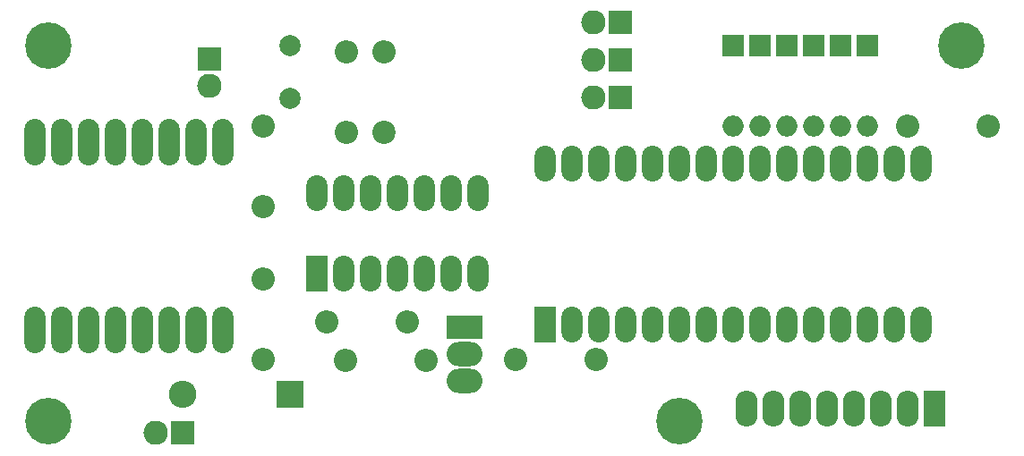
<source format=gbr>
G04 #@! TF.GenerationSoftware,KiCad,Pcbnew,(5.0.0)*
G04 #@! TF.CreationDate,2018-11-07T20:52:13+01:00*
G04 #@! TF.ProjectId,CubieKidBoard_V1,43756269654B6964426F6172645F5631,0.1*
G04 #@! TF.SameCoordinates,Original*
G04 #@! TF.FileFunction,Soldermask,Bot*
G04 #@! TF.FilePolarity,Negative*
%FSLAX46Y46*%
G04 Gerber Fmt 4.6, Leading zero omitted, Abs format (unit mm)*
G04 Created by KiCad (PCBNEW (5.0.0)) date 11/07/18 20:52:13*
%MOMM*%
%LPD*%
G01*
G04 APERTURE LIST*
%ADD10R,2.000000X3.400000*%
%ADD11O,2.000000X3.400000*%
%ADD12C,2.000000*%
%ADD13R,2.000000X2.000000*%
%ADD14O,2.000000X2.000000*%
%ADD15R,3.400000X2.305000*%
%ADD16O,3.400000X2.305000*%
%ADD17R,2.600000X2.600000*%
%ADD18O,2.600000X2.600000*%
%ADD19O,2.300000X2.300000*%
%ADD20R,2.300000X2.300000*%
%ADD21O,2.200000X2.200000*%
%ADD22C,2.200000*%
%ADD23R,2.100000X3.400000*%
%ADD24O,2.100000X3.400000*%
%ADD25O,2.000000X4.400000*%
%ADD26C,4.400000*%
G04 APERTURE END LIST*
D10*
G04 #@! TO.C,A1*
X151130000Y-64516000D03*
D11*
X184150000Y-49276000D03*
X153670000Y-64516000D03*
X181610000Y-49276000D03*
X156210000Y-64516000D03*
X179070000Y-49276000D03*
X158750000Y-64516000D03*
X176530000Y-49276000D03*
X161290000Y-64516000D03*
X173990000Y-49276000D03*
X163830000Y-64516000D03*
X171450000Y-49276000D03*
X166370000Y-64516000D03*
X168910000Y-49276000D03*
X168910000Y-64516000D03*
X166370000Y-49276000D03*
X171450000Y-64516000D03*
X163830000Y-49276000D03*
X173990000Y-64516000D03*
X161290000Y-49276000D03*
X176530000Y-64516000D03*
X158750000Y-49276000D03*
X179070000Y-64516000D03*
X156210000Y-49276000D03*
X181610000Y-64516000D03*
X153670000Y-49276000D03*
X184150000Y-64516000D03*
X151130000Y-49276000D03*
X186690000Y-64516000D03*
X186690000Y-49276000D03*
G04 #@! TD*
D12*
G04 #@! TO.C,C2*
X127000000Y-43100000D03*
X127000000Y-38100000D03*
G04 #@! TD*
D13*
G04 #@! TO.C,D7*
X171450000Y-38100000D03*
D14*
X171450000Y-45720000D03*
G04 #@! TD*
D15*
G04 #@! TO.C,Q1*
X143510000Y-64770000D03*
D16*
X143510000Y-67310000D03*
X143510000Y-69850000D03*
G04 #@! TD*
D10*
G04 #@! TO.C,U1*
X129540000Y-59690000D03*
D11*
X144780000Y-52070000D03*
X132080000Y-59690000D03*
X142240000Y-52070000D03*
X134620000Y-59690000D03*
X139700000Y-52070000D03*
X137160000Y-59690000D03*
X137160000Y-52070000D03*
X139700000Y-59690000D03*
X134620000Y-52070000D03*
X142240000Y-59690000D03*
X132080000Y-52070000D03*
X144780000Y-59690000D03*
X129540000Y-52070000D03*
G04 #@! TD*
D13*
G04 #@! TO.C,D4*
X168910000Y-38100000D03*
D14*
X168910000Y-45720000D03*
G04 #@! TD*
G04 #@! TO.C,D3*
X173990000Y-45720000D03*
D13*
X173990000Y-38100000D03*
G04 #@! TD*
D17*
G04 #@! TO.C,D1\002A\002A*
X127000000Y-71120000D03*
D18*
X116840000Y-71120000D03*
G04 #@! TD*
D13*
G04 #@! TO.C,D2*
X179070000Y-38100000D03*
D14*
X179070000Y-45720000D03*
G04 #@! TD*
D19*
G04 #@! TO.C,LS1*
X119380000Y-41910000D03*
D20*
X119380000Y-39370000D03*
G04 #@! TD*
D21*
G04 #@! TO.C,R1*
X139827000Y-67945000D03*
X132207000Y-67945000D03*
G04 #@! TD*
G04 #@! TO.C,R2*
X155956000Y-67818000D03*
X148336000Y-67818000D03*
G04 #@! TD*
G04 #@! TO.C,R3\002A*
X132334000Y-38735000D03*
X132334000Y-46355000D03*
G04 #@! TD*
G04 #@! TO.C,R4*
X135890000Y-38735000D03*
D22*
X135890000Y-46355000D03*
G04 #@! TD*
D21*
G04 #@! TO.C,R5*
X124460000Y-60198000D03*
X124460000Y-67818000D03*
G04 #@! TD*
G04 #@! TO.C,R6\002A\002A\002A*
X185420000Y-45720000D03*
X193040000Y-45720000D03*
G04 #@! TD*
D13*
G04 #@! TO.C,D5*
X181610000Y-38100000D03*
D14*
X181610000Y-45720000D03*
G04 #@! TD*
G04 #@! TO.C,D6*
X176530000Y-45720000D03*
D13*
X176530000Y-38100000D03*
G04 #@! TD*
D23*
G04 #@! TO.C,J1*
X187960000Y-72517000D03*
D24*
X185420000Y-72517000D03*
X182880000Y-72517000D03*
X180340000Y-72517000D03*
X177800000Y-72517000D03*
X175260000Y-72517000D03*
X172720000Y-72517000D03*
X170180000Y-72517000D03*
G04 #@! TD*
D25*
G04 #@! TO.C,J2*
X120650000Y-65024000D03*
X120650000Y-47244000D03*
X118110000Y-65024000D03*
X118110000Y-47244000D03*
X115570000Y-65024000D03*
X115570000Y-47244000D03*
X113030000Y-65024000D03*
X113030000Y-47244000D03*
X110490000Y-65024000D03*
X110490000Y-47244000D03*
X107950000Y-65024000D03*
X107950000Y-47244000D03*
X105410000Y-65024000D03*
X105410000Y-47244000D03*
X102870000Y-65024000D03*
X102870000Y-47244000D03*
G04 #@! TD*
D21*
G04 #@! TO.C,R7*
X130429000Y-64262000D03*
X138049000Y-64262000D03*
G04 #@! TD*
G04 #@! TO.C,R8*
X124460000Y-45720000D03*
X124460000Y-53340000D03*
G04 #@! TD*
D20*
G04 #@! TO.C,*
X116840000Y-74803000D03*
D19*
X114300000Y-74803000D03*
G04 #@! TD*
D20*
G04 #@! TO.C,A0*
X158242000Y-43053000D03*
D19*
X155702000Y-43053000D03*
G04 #@! TD*
G04 #@! TO.C,A1*
X155702000Y-39497000D03*
D20*
X158242000Y-39497000D03*
G04 #@! TD*
D19*
G04 #@! TO.C,A2*
X155702000Y-35941000D03*
D20*
X158242000Y-35941000D03*
G04 #@! TD*
D26*
G04 #@! TO.C,*
X190500000Y-38100000D03*
G04 #@! TD*
G04 #@! TO.C,*
X163830000Y-73660000D03*
G04 #@! TD*
G04 #@! TO.C,*
X104140000Y-38100000D03*
G04 #@! TD*
G04 #@! TO.C,*
X104140000Y-73660000D03*
G04 #@! TD*
M02*

</source>
